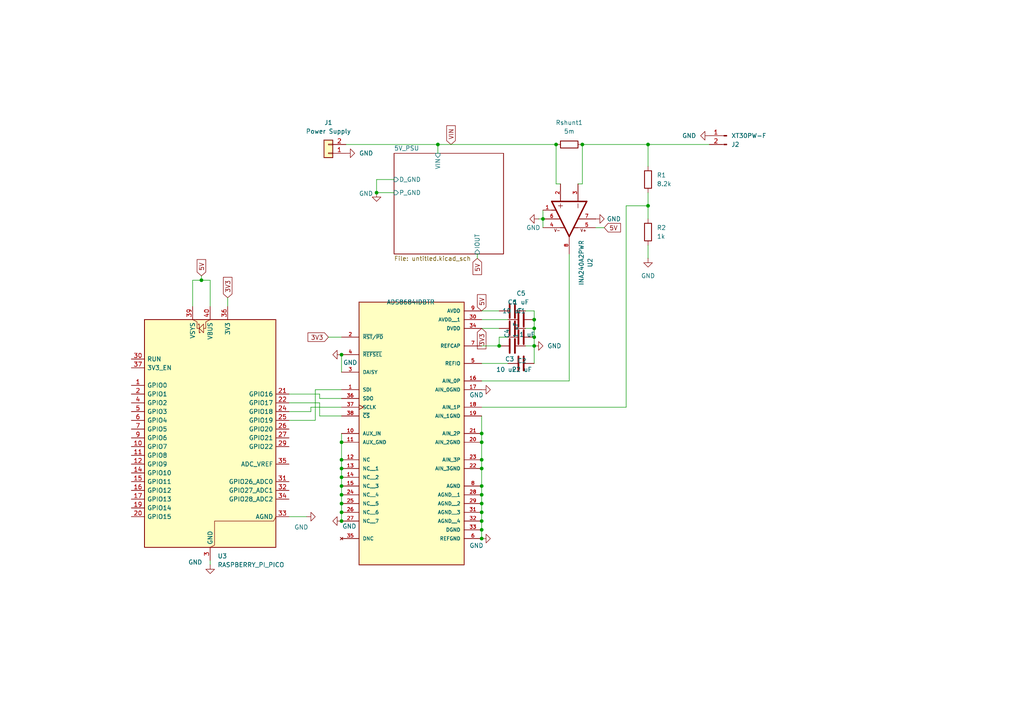
<source format=kicad_sch>
(kicad_sch (version 20250114) (generator "eeschema") (generator_version "9.0")
  (paper "A4")
  (lib_symbols
    (symbol "ADS8684IDBTR:ADS8684IDBTR" (pin_names (offset 1.016))
      (property "Reference" "U" (at -15.24 31.242 0))
      (property "Value" "ADS8684IDBTR" (at -15.24 -48.26 0))
      (symbol "ADS8684IDBTR_0_0"
        (rectangle (start -15.24 -45.72) (end 15.24 30.48) (stroke (width 0.254)) (fill (type background)))
        (pin input line (at -20.32 20.32 0) (length 5.08) (name "~{RST}/~{PD}") (number "2"))
        (pin input line (at -20.32 15.24 0) (length 5.08) (name "~{REFSEL}") (number "4"))
        (pin input line (at -20.32 10.16 0) (length 5.08) (name "DAISY") (number "3"))
        (pin input line (at -20.32 5.08 0) (length 5.08) (name "SDI") (number "1"))
        (pin output line (at -20.32 2.54 0) (length 5.08) (name "SDO") (number "36"))
        (pin input clock (at -20.32 0 0) (length 5.08) (name "SCLK") (number "37"))
        (pin input line (at -20.32 -2.54 0) (length 5.08) (name "~{CS}") (number "38"))
        (pin input line (at -20.32 -7.62 0) (length 5.08) (name "AUX_IN") (number "10"))
        (pin input line (at -20.32 -10.16 0) (length 5.08) (name "AUX_GND") (number "11"))
        (pin passive line (at -20.32 -15.24 0) (length 5.08) (name "NC") (number "12"))
        (pin passive line (at -20.32 -17.78 0) (length 5.08) (name "NC__1") (number "13"))
        (pin passive line (at -20.32 -20.32 0) (length 5.08) (name "NC__2") (number "14"))
        (pin passive line (at -20.32 -22.86 0) (length 5.08) (name "NC__3") (number "15"))
        (pin passive line (at -20.32 -25.4 0) (length 5.08) (name "NC__4") (number "24"))
        (pin passive line (at -20.32 -27.94 0) (length 5.08) (name "NC__5") (number "25"))
        (pin passive line (at -20.32 -30.48 0) (length 5.08) (name "NC__6") (number "26"))
        (pin passive line (at -20.32 -33.02 0) (length 5.08) (name "NC__7") (number "27"))
        (pin no_connect line (at -20.32 -38.1 0) (length 5.08) (name "DNC") (number "35"))
        (pin power_in line (at 20.32 27.94 180) (length 5.08) (name "AVDD") (number "9"))
        (pin power_in line (at 20.32 25.4 180) (length 5.08) (name "AVDD__1") (number "30"))
        (pin power_in line (at 20.32 22.86 180) (length 5.08) (name "DVDD") (number "34"))
        (pin output line (at 20.32 17.78 180) (length 5.08) (name "REFCAP") (number "7"))
        (pin bidirectional line (at 20.32 12.7 180) (length 5.08) (name "REFIO") (number "5"))
        (pin input line (at 20.32 7.62 180) (length 5.08) (name "AIN_0P") (number "16"))
        (pin input line (at 20.32 5.08 180) (length 5.08) (name "AIN_0GND") (number "17"))
        (pin input line (at 20.32 0 180) (length 5.08) (name "AIN_1P") (number "18"))
        (pin input line (at 20.32 -2.54 180) (length 5.08) (name "AIN_1GND") (number "19"))
        (pin input line (at 20.32 -7.62 180) (length 5.08) (name "AIN_2P") (number "21"))
        (pin input line (at 20.32 -10.16 180) (length 5.08) (name "AIN_2GND") (number "20"))
        (pin input line (at 20.32 -15.24 180) (length 5.08) (name "AIN_3P") (number "23"))
        (pin input line (at 20.32 -17.78 180) (length 5.08) (name "AIN_3GND") (number "22"))
        (pin power_in line (at 20.32 -22.86 180) (length 5.08) (name "AGND") (number "8"))
        (pin power_in line (at 20.32 -25.4 180) (length 5.08) (name "AGND__1") (number "28"))
        (pin power_in line (at 20.32 -27.94 180) (length 5.08) (name "AGND__2") (number "29"))
        (pin power_in line (at 20.32 -30.48 180) (length 5.08) (name "AGND__3") (number "31"))
        (pin power_in line (at 20.32 -33.02 180) (length 5.08) (name "AGND__4") (number "32"))
        (pin power_in line (at 20.32 -35.56 180) (length 5.08) (name "DGND") (number "33"))
        (pin power_in line (at 20.32 -38.1 180) (length 5.08) (name "REFGND") (number "6"))
      )
    )
    (symbol "Connector:Conn_01x02_Pin" (pin_names (offset 1.016) (hide yes))
      (property "Reference" "J" (at 0 2.54 0))
      (property "Value" "Conn_01x02_Pin" (at 0 -5.08 0))
      (symbol "Conn_01x02_Pin_1_1"
        (rectangle (start 0.8636 0.127) (end 0 -0.127) (stroke (width 0.1524)) (fill (type outline)))
        (rectangle (start 0.8636 -2.413) (end 0 -2.667) (stroke (width 0.1524)) (fill (type outline)))
        (polyline (pts (xy 1.27 0) (xy 0.8636 0)) (stroke (width 0.1524)))
        (polyline (pts (xy 1.27 -2.54) (xy 0.8636 -2.54)) (stroke (width 0.1524)))
        (pin passive line (at 5.08 0 180) (length 3.81) (name "Pin_1") (number "1"))
        (pin passive line (at 5.08 -2.54 180) (length 3.81) (name "Pin_2") (number "2"))
      )
    )
    (symbol "Connector_Generic:Conn_01x02" (pin_names (offset 1.016) (hide yes))
      (property "Reference" "J" (at 0 2.54 0))
      (property "Value" "Conn_01x02" (at 0 -5.08 0))
      (symbol "Conn_01x02_1_1"
        (rectangle (start -1.27 1.27) (end 1.27 -3.81) (stroke (width 0.254)) (fill (type background)))
        (rectangle (start -1.27 0.127) (end 0 -0.127) (stroke (width 0.1524)))
        (rectangle (start -1.27 -2.413) (end 0 -2.667) (stroke (width 0.1524)))
        (pin passive line (at -5.08 0 0) (length 3.81) (name "Pin_1") (number "1"))
        (pin passive line (at -5.08 -2.54 0) (length 3.81) (name "Pin_2") (number "2"))
      )
    )
    (symbol "Device:C" (pin_numbers (hide yes)) (pin_names (offset 0.254))
      (property "Reference" "C" (at 0.635 2.54 0))
      (property "Value" "C" (at 0.635 -2.54 0))
      (symbol "C_0_1"
        (polyline (pts (xy -2.032 0.762) (xy 2.032 0.762)) (stroke (width 0.508)))
        (polyline (pts (xy -2.032 -0.762) (xy 2.032 -0.762)) (stroke (width 0.508)))
      )
      (symbol "C_1_1"
        (pin passive line (at 0 3.81 270) (length 2.794) (name "~") (number "1"))
        (pin passive line (at 0 -3.81 90) (length 2.794) (name "~") (number "2"))
      )
    )
    (symbol "Device:R" (pin_numbers (hide yes)) (pin_names (offset 0))
      (property "Reference" "R" (at 2.032 0 90))
      (property "Value" "R" (at 0 0 90))
      (symbol "R_0_1"
        (rectangle (start -1.016 -2.54) (end 1.016 2.54) (stroke (width 0.254)))
      )
      (symbol "R_1_1"
        (pin passive line (at 0 3.81 270) (length 1.27) (name "~") (number "1"))
        (pin passive line (at 0 -3.81 90) (length 1.27) (name "~") (number "2"))
      )
    )
    (symbol "INA240A2PWR:INA240A2PWR" (pin_names (offset 1.016))
      (property "Reference" "U" (at 5.08 3.175 0))
      (property "Value" "INA240A2PWR" (at 5.08 -5.08 0))
      (symbol "INA240A2PWR_0_0"
        (polyline (pts (xy -5.08 5.08) (xy -5.08 -5.08)) (stroke (width 0.4064)))
        (polyline (pts (xy -5.08 -5.08) (xy -2.54 -3.81)) (stroke (width 0.4064)))
        (polyline (pts (xy -4.445 2.54) (xy -3.175 2.54)) (stroke (width 0.1524)))
        (polyline (pts (xy -4.445 -2.54) (xy -3.175 -2.54)) (stroke (width 0.1524)))
        (polyline (pts (xy -3.81 -1.905) (xy -3.81 -3.175)) (stroke (width 0.1524)))
        (polyline (pts (xy -2.54 -3.81) (xy -2.54 -5.08)) (stroke (width 0.254)))
        (polyline (pts (xy -2.54 -3.81) (xy 2.54 -1.27)) (stroke (width 0.4064)))
        (polyline (pts (xy 2.54 2.54) (xy 2.54 1.27)) (stroke (width 0.254)))
        (polyline (pts (xy 2.54 1.27) (xy -5.08 5.08)) (stroke (width 0.4064)))
        (polyline (pts (xy 2.54 -1.27) (xy 2.54 -2.54)) (stroke (width 0.254)))
        (polyline (pts (xy 2.54 -1.27) (xy 5.08 0)) (stroke (width 0.4064)))
        (polyline (pts (xy 5.08 0) (xy 2.54 1.27)) (stroke (width 0.4064)))
        (text "V+" (at 3.81 3.175 900) (effects (font (size 0.8128 0.8128)) (justify left bottom)))
        (text "V-" (at 3.81 -4.445 900) (effects (font (size 0.8128 0.8128)) (justify left bottom)))
        (pin input line (at -10.16 2.54 0) (length 5.08) (name "~") (number "3"))
        (pin input line (at -10.16 -2.54 0) (length 5.08) (name "~") (number "2"))
        (pin passive line (at -2.54 -7.62 90) (length 2.54) (name "~") (number "1"))
        (pin passive line (at 0 7.62 270) (length 5.08) (name "~") (number "7"))
        (pin passive line (at 0 -7.62 90) (length 5.08) (name "~") (number "6"))
        (pin power_in line (at 2.54 7.62 270) (length 5.08) (name "~") (number "5"))
        (pin power_in line (at 2.54 -7.62 90) (length 5.08) (name "~") (number "4"))
        (pin output line (at 10.16 0 180) (length 5.08) (name "~") (number "8"))
      )
    )
    (symbol "MCU_Module:RaspberryPi_Pico" (pin_names (offset 0.762))
      (property "Reference" "A" (at -19.05 35.56 0))
      (property "Value" "RaspberryPi_Pico" (at 7.62 35.56 0))
      (symbol "RaspberryPi_Pico_0_1"
        (rectangle (start -19.05 34.29) (end 19.05 -31.75) (stroke (width 0.254)) (fill (type background)))
        (polyline (pts (xy -5.08 34.29) (xy -3.81 33.655) (xy -3.81 31.75) (xy -3.175 31.75)))
        (polyline (pts (xy -3.429 32.766) (xy -3.429 33.02) (xy -3.175 33.02) (xy -3.175 30.48) (xy -2.921 30.48) (xy -2.921 30.734)))
        (polyline (pts (xy -3.175 31.75) (xy -1.905 33.02) (xy -1.905 30.48) (xy -3.175 31.75)))
        (polyline (pts (xy 0 34.29) (xy -1.27 33.655) (xy -1.27 31.75) (xy -1.905 31.75)))
        (polyline (pts (xy 0 -31.75) (xy 1.27 -31.115) (xy 1.27 -24.13) (xy 18.415 -24.13) (xy 19.05 -22.86)))
      )
      (symbol "RaspberryPi_Pico_1_1"
        (pin passive line (at -22.86 22.86 0) (length 3.81) (name "RUN") (number "30"))
        (pin passive line (at -22.86 20.32 0) (length 3.81) (name "3V3_EN") (number "37"))
        (pin bidirectional line (at -22.86 15.24 0) (length 3.81) (name "GPIO0") (number "1"))
        (pin bidirectional line (at -22.86 12.7 0) (length 3.81) (name "GPIO1") (number "2"))
        (pin bidirectional line (at -22.86 10.16 0) (length 3.81) (name "GPIO2") (number "4"))
        (pin bidirectional line (at -22.86 7.62 0) (length 3.81) (name "GPIO3") (number "5"))
        (pin bidirectional line (at -22.86 5.08 0) (length 3.81) (name "GPIO4") (number "6"))
        (pin bidirectional line (at -22.86 2.54 0) (length 3.81) (name "GPIO5") (number "7"))
        (pin bidirectional line (at -22.86 0 0) (length 3.81) (name "GPIO6") (number "9"))
        (pin bidirectional line (at -22.86 -2.54 0) (length 3.81) (name "GPIO7") (number "10"))
        (pin bidirectional line (at -22.86 -5.08 0) (length 3.81) (name "GPIO8") (number "11"))
        (pin bidirectional line (at -22.86 -7.62 0) (length 3.81) (name "GPIO9") (number "12"))
        (pin bidirectional line (at -22.86 -10.16 0) (length 3.81) (name "GPIO10") (number "14"))
        (pin bidirectional line (at -22.86 -12.7 0) (length 3.81) (name "GPIO11") (number "15"))
        (pin bidirectional line (at -22.86 -15.24 0) (length 3.81) (name "GPIO12") (number "16"))
        (pin bidirectional line (at -22.86 -17.78 0) (length 3.81) (name "GPIO13") (number "17"))
        (pin bidirectional line (at -22.86 -20.32 0) (length 3.81) (name "GPIO14") (number "19"))
        (pin bidirectional line (at -22.86 -22.86 0) (length 3.81) (name "GPIO15") (number "20"))
        (pin power_in line (at -5.08 38.1 270) (length 3.81) (name "VSYS") (number "39"))
        (pin power_out line (at 0 38.1 270) (length 3.81) (name "VBUS") (number "40"))
        (pin passive line (at 0 -35.56 90) (length 3.81) (hide yes) (name "GND") (number "13"))
        (pin passive line (at 0 -35.56 90) (length 3.81) (hide yes) (name "GND") (number "18"))
        (pin passive line (at 0 -35.56 90) (length 3.81) (hide yes) (name "GND") (number "23"))
        (pin passive line (at 0 -35.56 90) (length 3.81) (hide yes) (name "GND") (number "28"))
        (pin power_out line (at 0 -35.56 90) (length 3.81) (name "GND") (number "3"))
        (pin passive line (at 0 -35.56 90) (length 3.81) (hide yes) (name "GND") (number "38"))
        (pin passive line (at 0 -35.56 90) (length 3.81) (hide yes) (name "GND") (number "8"))
        (pin power_out line (at 5.08 38.1 270) (length 3.81) (name "3V3") (number "36"))
        (pin bidirectional line (at 22.86 12.7 180) (length 3.81) (name "GPIO16") (number "21"))
        (pin bidirectional line (at 22.86 10.16 180) (length 3.81) (name "GPIO17") (number "22"))
        (pin bidirectional line (at 22.86 7.62 180) (length 3.81) (name "GPIO18") (number "24"))
        (pin bidirectional line (at 22.86 5.08 180) (length 3.81) (name "GPIO19") (number "25"))
        (pin bidirectional line (at 22.86 2.54 180) (length 3.81) (name "GPIO20") (number "26"))
        (pin bidirectional line (at 22.86 0 180) (length 3.81) (name "GPIO21") (number "27"))
        (pin bidirectional line (at 22.86 -2.54 180) (length 3.81) (name "GPIO22") (number "29"))
        (pin power_in line (at 22.86 -7.62 180) (length 3.81) (name "ADC_VREF") (number "35"))
        (pin bidirectional line (at 22.86 -12.7 180) (length 3.81) (name "GPIO26_ADC0") (number "31"))
        (pin bidirectional line (at 22.86 -15.24 180) (length 3.81) (name "GPIO27_ADC1") (number "32"))
        (pin bidirectional line (at 22.86 -17.78 180) (length 3.81) (name "GPIO28_ADC2") (number "34"))
        (pin power_out line (at 22.86 -22.86 180) (length 3.81) (name "AGND") (number "33"))
      )
    )
    (symbol "power:GND" (power) (pin_numbers (hide yes)) (pin_names (offset 0) (hide yes))
      (property "Value" "GND" (at 0 -3.81 0))
      (symbol "GND_0_1"
        (polyline (pts (xy 0 0) (xy 0 -1.27) (xy 1.27 -1.27) (xy 0 -2.54) (xy -1.27 -1.27) (xy 0 -1.27)))
      )
      (symbol "GND_1_1"
        (pin power_in line (at 0 0 270) (length 0) (name "~") (number "1"))
      )
    )
  )
  (junction (at 109.22 55.88))
  (junction (at 139.7 156.21))
  (junction (at 154.94 100.33))
  (junction (at 139.7 128.27))
  (junction (at 58.42 81.28))
  (junction (at 187.96 59.69))
  (junction (at 154.94 95.25))
  (junction (at 139.7 153.67))
  (junction (at 99.06 135.89))
  (junction (at 99.06 146.05))
  (junction (at 99.06 102.87))
  (junction (at 161.29 41.91))
  (junction (at 99.06 151.13))
  (junction (at 139.7 125.73))
  (junction (at 157.48 63.5))
  (junction (at 187.96 41.91))
  (junction (at 154.94 97.79))
  (junction (at 99.06 133.35))
  (junction (at 154.94 92.71))
  (junction (at 139.7 148.59))
  (junction (at 99.06 140.97))
  (junction (at 139.7 140.97))
  (junction (at 168.91 41.91))
  (junction (at 139.7 143.51))
  (junction (at 144.78 100.33))
  (junction (at 139.7 133.35))
  (junction (at 139.7 146.05))
  (junction (at 99.06 143.51))
  (junction (at 99.06 148.59))
  (junction (at 127 41.91))
  (junction (at 99.06 138.43))
  (junction (at 99.06 128.27))
  (junction (at 139.7 135.89))
  (junction (at 139.7 151.13))
  (wire (pts (xy 139.7 133.35) (xy 139.7 135.89)))
  (wire (pts (xy 99.06 138.43) (xy 99.06 140.97)))
  (wire (pts (xy 99.06 143.51) (xy 99.06 146.05)))
  (wire (pts (xy 99.06 140.97) (xy 99.06 143.51)))
  (wire (pts (xy 83.82 121.92) (xy 91.44 121.92)))
  (wire (pts (xy 168.91 41.91) (xy 187.96 41.91)))
  (wire (pts (xy 154.94 95.25) (xy 154.94 97.79)))
  (wire (pts (xy 144.78 97.79) (xy 144.78 100.33)))
  (wire (pts (xy 181.61 59.69) (xy 181.61 118.11)))
  (wire (pts (xy 60.96 88.9) (xy 60.96 81.28)))
  (wire (pts (xy 181.61 59.69) (xy 187.96 59.69)))
  (wire (pts (xy 165.1 110.49) (xy 139.7 110.49)))
  (wire (pts (xy 139.7 153.67) (xy 139.7 156.21)))
  (wire (pts (xy 60.96 163.83) (xy 60.96 162.56)))
  (wire (pts (xy 139.7 125.73) (xy 139.7 128.27)))
  (wire (pts (xy 152.4 95.25) (xy 154.94 95.25)))
  (wire (pts (xy 92.71 115.57) (xy 99.06 115.57)))
  (wire (pts (xy 138.43 73.66) (xy 138.43 74.93)))
  (wire (pts (xy 83.82 114.3) (xy 92.71 114.3)))
  (wire (pts (xy 165.1 110.49) (xy 165.1 73.66)))
  (wire (pts (xy 168.91 53.34) (xy 167.64 53.34)))
  (wire (pts (xy 156.21 63.5) (xy 157.48 63.5)))
  (wire (pts (xy 154.94 100.33) (xy 154.94 105.41)))
  (wire (pts (xy 92.71 120.65) (xy 92.71 116.84)))
  (wire (pts (xy 139.7 135.89) (xy 139.7 140.97)))
  (wire (pts (xy 172.72 66.04) (xy 175.26 66.04)))
  (wire (pts (xy 139.7 151.13) (xy 139.7 153.67)))
  (wire (pts (xy 91.44 121.92) (xy 91.44 113.03)))
  (wire (pts (xy 55.88 81.28) (xy 55.88 88.9)))
  (wire (pts (xy 109.22 55.88) (xy 114.3 55.88)))
  (wire (pts (xy 139.7 118.11) (xy 181.61 118.11)))
  (wire (pts (xy 152.4 100.33) (xy 154.94 100.33)))
  (wire (pts (xy 95.25 97.79) (xy 99.06 97.79)))
  (wire (pts (xy 58.42 81.28) (xy 60.96 81.28)))
  (wire (pts (xy 161.29 41.91) (xy 161.29 53.34)))
  (wire (pts (xy 99.06 148.59) (xy 99.06 151.13)))
  (wire (pts (xy 66.04 86.36) (xy 66.04 88.9)))
  (wire (pts (xy 139.7 148.59) (xy 139.7 151.13)))
  (wire (pts (xy 139.7 105.41) (xy 147.32 105.41)))
  (wire (pts (xy 99.06 118.11) (xy 90.17 118.11)))
  (wire (pts (xy 83.82 116.84) (xy 92.71 116.84)))
  (wire (pts (xy 154.94 90.17) (xy 152.4 90.17)))
  (wire (pts (xy 161.29 53.34) (xy 162.56 53.34)))
  (wire (pts (xy 99.06 120.65) (xy 92.71 120.65)))
  (wire (pts (xy 99.06 125.73) (xy 99.06 128.27)))
  (wire (pts (xy 157.48 63.5) (xy 157.48 66.04)))
  (wire (pts (xy 139.7 95.25) (xy 144.78 95.25)))
  (wire (pts (xy 154.94 90.17) (xy 154.94 92.71)))
  (wire (pts (xy 99.06 102.87) (xy 99.06 107.95)))
  (wire (pts (xy 139.7 146.05) (xy 139.7 148.59)))
  (wire (pts (xy 139.7 140.97) (xy 139.7 143.51)))
  (wire (pts (xy 187.96 41.91) (xy 187.96 48.26)))
  (wire (pts (xy 91.44 113.03) (xy 99.06 113.03)))
  (wire (pts (xy 187.96 59.69) (xy 187.96 63.5)))
  (wire (pts (xy 139.7 128.27) (xy 139.7 133.35)))
  (wire (pts (xy 99.06 128.27) (xy 99.06 133.35)))
  (wire (pts (xy 187.96 55.88) (xy 187.96 59.69)))
  (wire (pts (xy 144.78 100.33) (xy 139.7 100.33)))
  (wire (pts (xy 139.7 90.17) (xy 144.78 90.17)))
  (wire (pts (xy 58.42 80.01) (xy 58.42 81.28)))
  (wire (pts (xy 154.94 92.71) (xy 154.94 95.25)))
  (wire (pts (xy 99.06 135.89) (xy 99.06 138.43)))
  (wire (pts (xy 99.06 146.05) (xy 99.06 148.59)))
  (wire (pts (xy 187.96 71.12) (xy 187.96 74.93)))
  (wire (pts (xy 127 41.91) (xy 127 44.45)))
  (wire (pts (xy 157.48 60.96) (xy 157.48 63.5)))
  (wire (pts (xy 83.82 119.38) (xy 90.17 119.38)))
  (wire (pts (xy 147.32 92.71) (xy 139.7 92.71)))
  (wire (pts (xy 154.94 97.79) (xy 154.94 100.33)))
  (wire (pts (xy 127 41.91) (xy 161.29 41.91)))
  (wire (pts (xy 147.32 97.79) (xy 144.78 97.79)))
  (wire (pts (xy 83.82 149.86) (xy 88.9 149.86)))
  (wire (pts (xy 109.22 52.07) (xy 109.22 55.88)))
  (wire (pts (xy 100.33 41.91) (xy 127 41.91)))
  (wire (pts (xy 99.06 133.35) (xy 99.06 135.89)))
  (wire (pts (xy 90.17 118.11) (xy 90.17 119.38)))
  (wire (pts (xy 92.71 114.3) (xy 92.71 115.57)))
  (wire (pts (xy 139.7 120.65) (xy 139.7 125.73)))
  (wire (pts (xy 55.88 81.28) (xy 58.42 81.28)))
  (wire (pts (xy 168.91 41.91) (xy 168.91 53.34)))
  (wire (pts (xy 139.7 143.51) (xy 139.7 146.05)))
  (wire (pts (xy 187.96 41.91) (xy 205.74 41.91)))
  (wire (pts (xy 114.3 52.07) (xy 109.22 52.07)))
  (global_label "5V" (shape input) (at 58.42 80.01 90) (property "Intersheetrefs" "${INTERSHEET_REFS}" (effects (hide yes))))
  (global_label "3V3" (shape input) (at 66.04 86.36 90) (property "Intersheetrefs" "${INTERSHEET_REFS}" (effects (hide yes))))
  (global_label "5V" (shape input) (at 175.26 66.04 0) (property "Intersheetrefs" "${INTERSHEET_REFS}" (effects (hide yes))))
  (global_label "5V" (shape input) (at 138.43 74.93 270) (property "Intersheetrefs" "${INTERSHEET_REFS}" (effects (hide yes))))
  (global_label "3V3" (shape input) (at 139.7 95.25 270) (property "Intersheetrefs" "${INTERSHEET_REFS}" (effects (hide yes))))
  (global_label "VIN" (shape input) (at 130.81 41.91 90) (property "Intersheetrefs" "${INTERSHEET_REFS}" (effects (hide yes))))
  (global_label "3V3" (shape input) (at 95.25 97.79 180) (property "Intersheetrefs" "${INTERSHEET_REFS}" (effects (hide yes))))
  (global_label "5V" (shape input) (at 139.7 90.17 90) (property "Intersheetrefs" "${INTERSHEET_REFS}" (effects (hide yes))))
  (symbol (lib_id "power:GND") (at 99.06 151.13 270) (unit 1)
    (property "Reference" "#PWR04" (effects (hide yes)))
    (property "Value" "GND" (at 103.378 152.654 90) (effects (justify right)))
    (property "Description" "Power symbol creates a global label with name \"GND\" , ground" (effects (hide yes)))
  )
  (symbol (lib_id "ADS8684IDBTR:ADS8684IDBTR") (at 119.38 118.11 0) (unit 1)
    (property "Reference" "U4" (effects (hide yes)))
    (property "Value" "ADS8684IDBTR" (at 119.126 87.63 0))
    (property "Footprint" "Package_SO:TSSOP-38_6.1x12.5mm_P0.65mm" (effects (hide yes)))
    (property "PARTREV" "C" (effects (hide yes)))
    (property "STANDARD" "IPC-7351B" (effects (hide yes)))
    (property "MAXIMUM_PACKAGE_HEIGHT" "1.2mm" (effects (hide yes)))
    (property "MANUFACTURER" "Texas Instruments" (effects (hide yes)))
  )
  (symbol (lib_id "Device:C") (at 151.13 97.79 90) (unit 1)
    (property "Reference" "C1" (at 151.13 90.17 90))
    (property "Value" "1 uF" (at 152.908 97.028 90))
    (property "Footprint" "Capacitor_SMD:C_0603_1608Metric" (effects (hide yes)))
    (property "Description" "Unpolarized capacitor" (effects (hide yes)))
  )
  (symbol (lib_id "Device:R") (at 187.96 67.31 0) (unit 1)
    (property "Reference" "R2" (at 190.5 66.0399 0) (effects (justify left)))
    (property "Value" "1k" (at 190.5 68.5799 0) (effects (justify left)))
    (property "Footprint" "Resistor_SMD:R_0603_1608Metric" (effects (hide yes)))
    (property "Description" "Resistor" (effects (hide yes)))
  )
  (symbol (lib_id "power:GND") (at 109.22 55.88 0) (unit 1)
    (property "Reference" "#PWR013" (effects (hide yes)))
    (property "Value" "GND" (at 108.204 56.134 0) (effects (justify right)))
    (property "Description" "Power symbol creates a global label with name \"GND\" , ground" (effects (hide yes)))
  )
  (symbol (lib_id "Device:R") (at 165.1 41.91 90) (unit 1)
    (property "Reference" "Rshunt1" (at 165.1 35.56 90))
    (property "Value" "5m" (at 165.1 38.1 90))
    (property "Footprint" "Resistor_SMD:R_2512_6332Metric" (effects (hide yes)))
    (property "Description" "Resistor" (effects (hide yes)))
  )
  (symbol (lib_id "INA240A2PWR:INA240A2PWR") (at 165.1 63.5 270) (unit 1)
    (property "Reference" "U2" (at 171.1708 76.2 0))
    (property "Value" "INA240A2PWR" (at 168.6308 76.2 0))
    (property "Footprint" "Package_SO:TSSOP-8_4.4x3mm_P0.65mm" (effects (hide yes)))
    (property "MAXIMUM_PACKAGE_HEIGHT" "1.2mm" (effects (hide yes)))
    (property "PARTREV" "C" (effects (hide yes)))
    (property "MANUFACTURER" "Texas Instruments" (effects (hide yes)))
    (property "SNAPEDA_PACKAGE_ID" "102603" (effects (hide yes)))
    (property "STANDARD" "IPC7351B" (effects (hide yes)))
  )
  (symbol (lib_id "Device:C") (at 148.59 100.33 90) (unit 1)
    (property "Reference" "C2" (at 151.384 104.648 90))
    (property "Value" "22 uF" (at 151.384 107.188 90))
    (property "Footprint" "Capacitor_SMD:C_1210_3225Metric" (effects (hide yes)))
    (property "Description" "Unpolarized capacitor" (effects (hide yes)))
  )
  (symbol (lib_id "Device:C") (at 148.59 95.25 90) (unit 1)
    (property "Reference" "C6" (at 148.59 87.63 90))
    (property "Value" "10 uF" (at 148.59 90.17 90))
    (property "Footprint" "Capacitor_SMD:C_0805_2012Metric" (effects (hide yes)))
    (property "Description" "Unpolarized capacitor" (effects (hide yes)))
  )
  (symbol (lib_id "Connector:Conn_01x02_Pin") (at 210.82 39.37 0) (mirror y) (unit 1)
    (property "Reference" "J2" (at 212.09 41.9101 0) (effects (justify right)))
    (property "Value" "XT30PW-F" (at 212.09 39.3701 0) (effects (justify right)))
    (property "Footprint" "Connector_AMASS:AMASS_XT30U-F_1x02_P5.0mm_Vertical" (effects (hide yes)))
    (property "Description" "Generic connector, single row, 01x02, script generated" (effects (hide yes)))
    (property "MF" "amass" (effects (hide yes)))
    (property "MAXIMUM_PACKAGE_HEIGHT" "5 mm" (effects (hide yes)))
    (property "Package" "None" (effects (hide yes)))
    (property "Price" "None" (effects (hide yes)))
    (property "Check_prices" "https://www.snapeda.com/parts/XT30PW-F/AMASS/view-part/?ref=eda" (effects (hide yes)))
    (property "STANDARD" "Manufacturer Recommendations" (effects (hide yes)))
    (property "PARTREV" "1.2" (effects (hide yes)))
    (property "SnapEDA_Link" "https://www.snapeda.com/parts/XT30PW-F/AMASS/view-part/?ref=snap" (effects (hide yes)))
    (property "MP" "XT30PW-F" (effects (hide yes)))
    (property "Description_1" "\n                        \n                            Socket; DC supply; XT30; female; PIN: 2; on PCBs; THT; yellow; 15A\n                        \n" (effects (hide yes)))
    (property "MANUFACTURER" "Amass" (effects (hide yes)))
    (property "Availability" "Not in stock" (effects (hide yes)))
    (property "SNAPEDA_PN" "XT30PW-F" (effects (hide yes)))
  )
  (symbol (lib_id "Device:C") (at 151.13 92.71 90) (unit 1)
    (property "Reference" "C5" (at 151.13 85.09 90))
    (property "Value" "1 uF" (at 151.13 87.63 90))
    (property "Footprint" "Capacitor_SMD:C_0603_1608Metric" (effects (hide yes)))
    (property "Description" "Unpolarized capacitor" (effects (hide yes)))
  )
  (symbol (lib_id "power:GND") (at 60.96 163.83 0) (unit 1)
    (property "Reference" "#PWR07" (effects (hide yes)))
    (property "Value" "GND" (at 58.674 163.068 0) (effects (justify right)))
    (property "Description" "Power symbol creates a global label with name \"GND\" , ground" (effects (hide yes)))
  )
  (symbol (lib_id "power:GND") (at 205.74 39.37 270) (unit 1)
    (property "Reference" "#PWR03" (effects (hide yes)))
    (property "Value" "GND" (at 201.93 39.3699 90) (effects (justify right)))
    (property "Description" "Power symbol creates a global label with name \"GND\" , ground" (effects (hide yes)))
  )
  (symbol (lib_id "power:GND") (at 139.7 113.03 90) (unit 1)
    (property "Reference" "#PWR010" (effects (hide yes)))
    (property "Value" "GND" (at 136.144 114.554 90) (effects (justify right)))
    (property "Description" "Power symbol creates a global label with name \"GND\" , ground" (effects (hide yes)))
  )
  (symbol (lib_id "power:GND") (at 99.06 102.87 270) (unit 1)
    (property "Reference" "#PWR06" (effects (hide yes)))
    (property "Value" "GND" (at 103.632 105.156 90) (effects (justify right)))
    (property "Description" "Power symbol creates a global label with name \"GND\" , ground" (effects (hide yes)))
  )
  (symbol (lib_id "MCU_Module:RaspberryPi_Pico") (at 60.96 127 0) (unit 1)
    (property "Reference" "U3" (at 63.1033 161.29 0) (effects (justify left)))
    (property "Value" "RASPBERRY_PI_PICO" (at 63.1033 163.83 0) (effects (justify left)))
    (property "Footprint" "Module:RaspberryPi_Pico_Common_Unspecified" (effects (hide yes)))
    (property "Datasheet" "https://datasheets.raspberrypi.com/pico/pico-datasheet.pdf" (effects (hide yes)))
    (property "Description" "Versatile and inexpensive microcontroller module powered by RP2040 dual-core Arm Cortex-M0+ processor up to 133 MHz, 264kB SRAM, 2MB QSPI flash; also supports Raspberry Pi Pico 2" (effects (hide yes)))
    (property "MF" "Raspberry Pi" (effects (hide yes)))
    (property "Description_1" "Raspberry Pi Board, Arm Cortex-M0+; Core Architecture:Arm; Core Sub-Architecture:Cortex-M0+; Kit Contents:Raspberry Pi Pico Board; No. Of Bits:32Bit; Silicon Core Number:Rp2040; Silicon Manufacturer:Raspberry Pi |Raspberry-Pi RASPBERRY PI PICO" (effects (hide yes)))
    (property "Package" "None" (effects (hide yes)))
    (property "Price" "None" (effects (hide yes)))
    (property "SnapEDA_Link" "https://www.snapeda.com/parts/RASPBERRY%20PI%20PICO/Raspberry+Pi/view-part/?ref=snap" (effects (hide yes)))
    (property "MP" "RASPBERRY PI PICO" (effects (hide yes)))
    (property "Availability" "In Stock" (effects (hide yes)))
    (property "Check_prices" "https://www.snapeda.com/parts/RASPBERRY%20PI%20PICO/Raspberry+Pi/view-part/?ref=eda" (effects (hide yes)))
  )
  (symbol (lib_id "power:GND") (at 139.7 156.21 90) (unit 1)
    (property "Reference" "#PWR05" (effects (hide yes)))
    (property "Value" "GND" (at 136.144 158.242 90) (effects (justify right)))
    (property "Description" "Power symbol creates a global label with name \"GND\" , ground" (effects (hide yes)))
  )
  (symbol (lib_id "power:GND") (at 187.96 74.93 0) (unit 1)
    (property "Reference" "#PWR02" (effects (hide yes)))
    (property "Value" "GND" (at 187.96 80.01 0))
    (property "Description" "Power symbol creates a global label with name \"GND\" , ground" (effects (hide yes)))
  )
  (symbol (lib_id "power:GND") (at 154.94 100.33 90) (unit 1)
    (property "Reference" "#PWR08" (effects (hide yes)))
    (property "Value" "GND" (at 158.75 100.3299 90) (effects (justify right)))
    (property "Description" "Power symbol creates a global label with name \"GND\" , ground" (effects (hide yes)))
  )
  (symbol (lib_id "Device:C") (at 148.59 90.17 90) (unit 1)
    (property "Reference" "C4" (at 147.066 98.044 0) (effects (justify left)))
    (property "Value" "1 uF" (at 149.606 98.044 0) (effects (justify left)))
    (property "Footprint" "Capacitor_SMD:C_0603_1608Metric" (effects (hide yes)))
    (property "Description" "Unpolarized capacitor" (effects (hide yes)))
  )
  (symbol (lib_id "Device:C") (at 151.13 105.41 90) (unit 1)
    (property "Reference" "C3" (at 147.828 104.14 90))
    (property "Value" "10 uF" (at 146.812 107.188 90))
    (property "Footprint" "Capacitor_SMD:C_0805_2012Metric" (effects (hide yes)))
    (property "Description" "Unpolarized capacitor" (effects (hide yes)))
  )
  (symbol (lib_id "power:GND") (at 172.72 63.5 90) (unit 1)
    (property "Reference" "#PWR012" (effects (hide yes)))
    (property "Value" "GND" (at 178.054 63.5 90))
    (property "Description" "Power symbol creates a global label with name \"GND\" , ground" (effects (hide yes)))
  )
  (symbol (lib_id "Device:R") (at 187.96 52.07 0) (unit 1)
    (property "Reference" "R1" (at 190.5 50.7999 0) (effects (justify left)))
    (property "Value" "8.2k" (at 190.5 53.3399 0) (effects (justify left)))
    (property "Footprint" "Resistor_SMD:R_0603_1608Metric" (effects (hide yes)))
    (property "Description" "Resistor" (effects (hide yes)))
  )
  (symbol (lib_id "power:GND") (at 156.21 63.5 270) (unit 1)
    (property "Reference" "#PWR011" (effects (hide yes)))
    (property "Value" "GND" (at 154.686 66.04 90))
    (property "Description" "Power symbol creates a global label with name \"GND\" , ground" (effects (hide yes)))
  )
  (symbol (lib_id "power:GND") (at 100.33 44.45 90) (unit 1)
    (property "Reference" "#PWR01" (effects (hide yes)))
    (property "Value" "GND" (at 104.14 44.4499 90) (effects (justify right)))
    (property "Description" "Power symbol creates a global label with name \"GND\" , ground" (effects (hide yes)))
  )
  (symbol (lib_id "Connector_Generic:Conn_01x02") (at 95.25 44.45 180) (unit 1)
    (property "Reference" "J1" (at 95.25 35.56 0))
    (property "Value" "Power Supply" (at 95.25 38.1 0))
    (property "Footprint" "Connector_PinSocket_2.54mm:PinSocket_1x02_P2.54mm_Vertical" (effects (hide yes)))
    (property "Description" "Generic connector, single row, 01x02, script generated (kicad-library-utils/schlib/autogen/connector/)" (effects (hide yes)))
  )
  (symbol (lib_id "power:GND") (at 88.9 149.86 90) (unit 1)
    (property "Reference" "#PWR09" (effects (hide yes)))
    (property "Value" "GND" (at 85.344 152.908 90) (effects (justify right)))
    (property "Description" "Power symbol creates a global label with name \"GND\" , ground" (effects (hide yes)))
  )
  (sheet (at 114.3 44.45) (size 31.75 29.21) (stroke (width 0.1524))
    (property "Sheetname" "5V_PSU" (at 114.3 43.7384 0) (effects (justify left bottom)))
    (property "Sheetfile" "untitled.kicad_sch" (at 114.3 74.2446 0) (effects (justify left top)))
    (pin "D_GND" input (at 114.3 52.07 180))
    (pin "IOUT" input (at 138.43 73.66 270))
    (pin "P_GND" input (at 114.3 55.88 180))
    (pin "VIN" input (at 127 44.45 90))
  )
)
</source>
